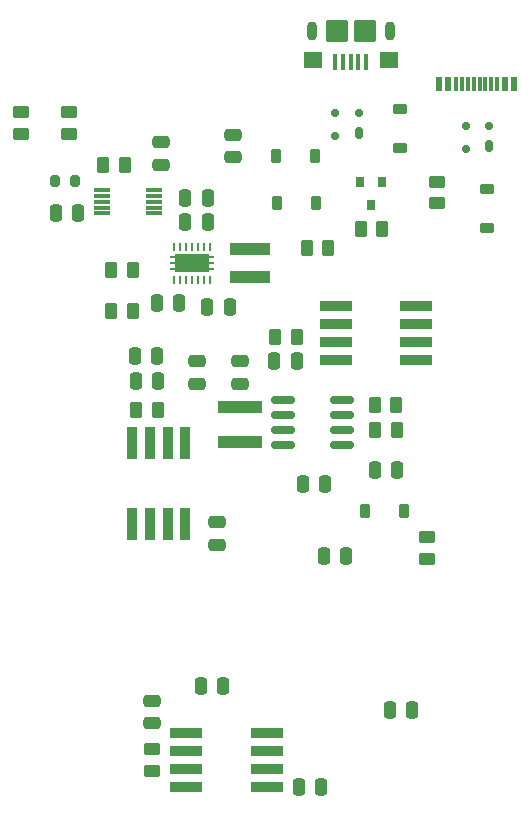
<source format=gbr>
%TF.GenerationSoftware,KiCad,Pcbnew,8.0.3*%
%TF.CreationDate,2024-07-14T14:59:13-06:00*%
%TF.ProjectId,PowerSupplyBoard,506f7765-7253-4757-9070-6c79426f6172,rev?*%
%TF.SameCoordinates,Original*%
%TF.FileFunction,Paste,Top*%
%TF.FilePolarity,Positive*%
%FSLAX46Y46*%
G04 Gerber Fmt 4.6, Leading zero omitted, Abs format (unit mm)*
G04 Created by KiCad (PCBNEW 8.0.3) date 2024-07-14 14:59:13*
%MOMM*%
%LPD*%
G01*
G04 APERTURE LIST*
G04 Aperture macros list*
%AMRoundRect*
0 Rectangle with rounded corners*
0 $1 Rounding radius*
0 $2 $3 $4 $5 $6 $7 $8 $9 X,Y pos of 4 corners*
0 Add a 4 corners polygon primitive as box body*
4,1,4,$2,$3,$4,$5,$6,$7,$8,$9,$2,$3,0*
0 Add four circle primitives for the rounded corners*
1,1,$1+$1,$2,$3*
1,1,$1+$1,$4,$5*
1,1,$1+$1,$6,$7*
1,1,$1+$1,$8,$9*
0 Add four rect primitives between the rounded corners*
20,1,$1+$1,$2,$3,$4,$5,0*
20,1,$1+$1,$4,$5,$6,$7,0*
20,1,$1+$1,$6,$7,$8,$9,0*
20,1,$1+$1,$8,$9,$2,$3,0*%
G04 Aperture macros list end*
%ADD10R,0.600000X1.160000*%
%ADD11R,0.300000X1.160000*%
%ADD12RoundRect,0.075000X0.625000X0.075000X-0.625000X0.075000X-0.625000X-0.075000X0.625000X-0.075000X0*%
%ADD13RoundRect,0.250000X0.262500X0.450000X-0.262500X0.450000X-0.262500X-0.450000X0.262500X-0.450000X0*%
%ADD14RoundRect,0.225000X0.375000X-0.225000X0.375000X0.225000X-0.375000X0.225000X-0.375000X-0.225000X0*%
%ADD15O,0.230000X0.800000*%
%ADD16R,0.800000X0.230000*%
%ADD17R,2.950000X1.490000*%
%ADD18R,3.400000X0.980000*%
%ADD19RoundRect,0.250000X0.450000X-0.262500X0.450000X0.262500X-0.450000X0.262500X-0.450000X-0.262500X0*%
%ADD20RoundRect,0.250000X0.475000X-0.250000X0.475000X0.250000X-0.475000X0.250000X-0.475000X-0.250000X0*%
%ADD21R,0.950000X2.800000*%
%ADD22RoundRect,0.250000X0.250000X0.475000X-0.250000X0.475000X-0.250000X-0.475000X0.250000X-0.475000X0*%
%ADD23R,3.700000X1.100000*%
%ADD24RoundRect,0.250000X-0.250000X-0.475000X0.250000X-0.475000X0.250000X0.475000X-0.250000X0.475000X0*%
%ADD25RoundRect,0.250000X-0.262500X-0.450000X0.262500X-0.450000X0.262500X0.450000X-0.262500X0.450000X0*%
%ADD26RoundRect,0.175000X0.175000X0.325000X-0.175000X0.325000X-0.175000X-0.325000X0.175000X-0.325000X0*%
%ADD27RoundRect,0.150000X0.200000X0.150000X-0.200000X0.150000X-0.200000X-0.150000X0.200000X-0.150000X0*%
%ADD28RoundRect,0.200000X0.200000X0.275000X-0.200000X0.275000X-0.200000X-0.275000X0.200000X-0.275000X0*%
%ADD29RoundRect,0.225000X-0.225000X-0.375000X0.225000X-0.375000X0.225000X0.375000X-0.225000X0.375000X0*%
%ADD30RoundRect,0.250000X-0.475000X0.250000X-0.475000X-0.250000X0.475000X-0.250000X0.475000X0.250000X0*%
%ADD31RoundRect,0.225000X0.225000X0.375000X-0.225000X0.375000X-0.225000X-0.375000X0.225000X-0.375000X0*%
%ADD32RoundRect,0.100000X0.100000X0.575000X-0.100000X0.575000X-0.100000X-0.575000X0.100000X-0.575000X0*%
%ADD33O,0.900000X1.600000*%
%ADD34RoundRect,0.250000X0.550000X0.450000X-0.550000X0.450000X-0.550000X-0.450000X0.550000X-0.450000X0*%
%ADD35RoundRect,0.250000X0.700000X0.700000X-0.700000X0.700000X-0.700000X-0.700000X0.700000X-0.700000X0*%
%ADD36RoundRect,0.150000X0.825000X0.150000X-0.825000X0.150000X-0.825000X-0.150000X0.825000X-0.150000X0*%
%ADD37RoundRect,0.250000X-0.450000X0.262500X-0.450000X-0.262500X0.450000X-0.262500X0.450000X0.262500X0*%
%ADD38R,2.800000X0.950000*%
%ADD39R,0.800000X0.900000*%
G04 APERTURE END LIST*
D10*
%TO.C,J103*%
X46400000Y-6860001D03*
X45600000Y-6860001D03*
D11*
X44450000Y-6860001D03*
X43450000Y-6860001D03*
X42950000Y-6860001D03*
X41950000Y-6860001D03*
D10*
X40800000Y-6860001D03*
X40000000Y-6860001D03*
X40000000Y-6860001D03*
X40800000Y-6860001D03*
D11*
X41450000Y-6860001D03*
X42450000Y-6860001D03*
X43950000Y-6860001D03*
X44950000Y-6860001D03*
D10*
X45600000Y-6860001D03*
X46400000Y-6860001D03*
%TD*%
D12*
%TO.C,U102*%
X15860000Y-17790000D03*
X15860000Y-17290000D03*
X15860000Y-16790000D03*
X15860000Y-16290000D03*
X15860000Y-15790000D03*
X11460000Y-15790000D03*
X11460000Y-16290000D03*
X11460000Y-16790000D03*
X11460000Y-17290000D03*
X11460000Y-17790000D03*
%TD*%
D13*
%TO.C,R102*%
X35197500Y-19065000D03*
X33372500Y-19065000D03*
%TD*%
D14*
%TO.C,D107*%
X44080000Y-19050000D03*
X44080000Y-15750000D03*
%TD*%
D15*
%TO.C,U101*%
X17619999Y-23390000D03*
X18119999Y-23390000D03*
X18620000Y-23390000D03*
X19119999Y-23390000D03*
X19619998Y-23390000D03*
X20119999Y-23390000D03*
X20619999Y-23390000D03*
X20619999Y-20590000D03*
X20119999Y-20590000D03*
X19619998Y-20590000D03*
X19119999Y-20590000D03*
X18620000Y-20590000D03*
X18119999Y-20590000D03*
X17619999Y-20590000D03*
D16*
X17619999Y-22490000D03*
X20619999Y-22490000D03*
X17619998Y-21990000D03*
D17*
X19120000Y-21990000D03*
D16*
X20619999Y-21990000D03*
X17619999Y-21490000D03*
X20619999Y-21490000D03*
%TD*%
D18*
%TO.C,L101*%
X24020000Y-20829999D03*
X24020000Y-23200001D03*
%TD*%
D19*
%TO.C,R114*%
X39850000Y-16942500D03*
X39850000Y-15117500D03*
%TD*%
D20*
%TO.C,C117*%
X15725000Y-60949999D03*
X15725000Y-59050001D03*
%TD*%
D19*
%TO.C,R112*%
X15711500Y-64987500D03*
X15711500Y-63162500D03*
%TD*%
D21*
%TO.C,Q104*%
X13995000Y-44063501D03*
X15515000Y-44063501D03*
X17035000Y-44063501D03*
X18555000Y-44063501D03*
X18555000Y-37263501D03*
X17035000Y-37263501D03*
X15515000Y-37263501D03*
X13995000Y-37263501D03*
%TD*%
D13*
%TO.C,R110*%
X36422500Y-36135000D03*
X34597500Y-36135000D03*
%TD*%
D22*
%TO.C,C103*%
X27969999Y-30315000D03*
X26070001Y-30315000D03*
%TD*%
D23*
%TO.C,L102*%
X23165000Y-37145000D03*
X23165000Y-34145000D03*
%TD*%
D24*
%TO.C,C112*%
X35852501Y-59800000D03*
X37752499Y-59800000D03*
%TD*%
%TO.C,C113*%
X30280001Y-46830000D03*
X32179999Y-46830000D03*
%TD*%
%TO.C,C104*%
X16120000Y-25340000D03*
X18019998Y-25340000D03*
%TD*%
%TO.C,C101*%
X18520000Y-18540000D03*
X20420000Y-18540000D03*
%TD*%
D25*
%TO.C,R106*%
X11607500Y-13680000D03*
X13432500Y-13680000D03*
%TD*%
D26*
%TO.C,D109*%
X44280000Y-12090000D03*
D27*
X44280000Y-10390000D03*
X42280000Y-10390000D03*
X42280000Y-12290000D03*
%TD*%
D20*
%TO.C,C106*%
X16470000Y-13649999D03*
X16470000Y-11750001D03*
%TD*%
D24*
%TO.C,C108*%
X20395000Y-25740000D03*
X22294998Y-25740000D03*
%TD*%
D28*
%TO.C,TH101*%
X9185000Y-15055000D03*
X7535000Y-15055000D03*
%TD*%
D29*
%TO.C,D104*%
X26287500Y-16895000D03*
X29587500Y-16895000D03*
%TD*%
D22*
%TO.C,C116*%
X36469999Y-39510000D03*
X34570001Y-39510000D03*
%TD*%
D24*
%TO.C,C111*%
X19860000Y-57770000D03*
X21760000Y-57770000D03*
%TD*%
D30*
%TO.C,C119*%
X21225000Y-43950002D03*
X21225000Y-45850000D03*
%TD*%
D31*
%TO.C,D106*%
X37020000Y-42980000D03*
X33720000Y-42980000D03*
%TD*%
D32*
%TO.C,J106*%
X33850000Y-5000000D03*
X33200000Y-5000000D03*
X32550000Y-5000001D03*
X31900000Y-5000000D03*
X31250000Y-5000000D03*
D33*
X35849999Y-2325000D03*
D34*
X35750000Y-4775000D03*
D35*
X33750000Y-2325000D03*
X31350000Y-2325000D03*
D34*
X29350000Y-4775000D03*
D33*
X29250001Y-2325000D03*
%TD*%
D24*
%TO.C,C118*%
X14325001Y-32000000D03*
X16224999Y-32000000D03*
%TD*%
D22*
%TO.C,C109*%
X9459999Y-17785000D03*
X7560001Y-17785000D03*
%TD*%
D25*
%TO.C,R105*%
X28837500Y-20680000D03*
X30662500Y-20680000D03*
%TD*%
D36*
%TO.C,U105*%
X31785000Y-37390000D03*
X31785000Y-36120000D03*
X31785000Y-34850000D03*
X31785000Y-33580000D03*
X26835000Y-33580000D03*
X26835000Y-34850000D03*
X26835000Y-36120000D03*
X26835000Y-37390000D03*
%TD*%
D25*
%TO.C,R108*%
X12267500Y-26055000D03*
X14092500Y-26055000D03*
%TD*%
D24*
%TO.C,C102*%
X18519999Y-16440000D03*
X20419999Y-16440000D03*
%TD*%
D22*
%TO.C,C107*%
X16179999Y-29840000D03*
X14280001Y-29840000D03*
%TD*%
D25*
%TO.C,R107*%
X12257500Y-22560000D03*
X14082500Y-22560000D03*
%TD*%
D30*
%TO.C,C105*%
X22560000Y-11130001D03*
X22560000Y-13029999D03*
%TD*%
D19*
%TO.C,R101*%
X4620000Y-11022500D03*
X4620000Y-9197500D03*
%TD*%
D14*
%TO.C,D108*%
X36730000Y-12277500D03*
X36730000Y-8977500D03*
%TD*%
D19*
%TO.C,R104*%
X8730000Y-11042500D03*
X8730000Y-9217500D03*
%TD*%
D37*
%TO.C,R109*%
X39010000Y-45217500D03*
X39010000Y-47042500D03*
%TD*%
D25*
%TO.C,R103*%
X26132500Y-28215000D03*
X27957500Y-28215000D03*
%TD*%
D38*
%TO.C,Q103*%
X25425000Y-66355000D03*
X25425000Y-64835000D03*
X25425000Y-63315000D03*
X25425000Y-61795000D03*
X18625000Y-61795000D03*
X18625000Y-63315000D03*
X18625000Y-64835000D03*
X18625000Y-66355000D03*
%TD*%
D39*
%TO.C,Q101*%
X35210000Y-15090000D03*
X33310000Y-15090000D03*
X34260000Y-17090000D03*
%TD*%
D26*
%TO.C,D110*%
X33250000Y-11000000D03*
D27*
X33250000Y-9300000D03*
X31250000Y-9300000D03*
X31250000Y-11200000D03*
%TD*%
D20*
%TO.C,C114*%
X23190000Y-32184999D03*
X23190000Y-30285001D03*
%TD*%
D25*
%TO.C,R111*%
X34572500Y-34035000D03*
X36397500Y-34035000D03*
%TD*%
D24*
%TO.C,C120*%
X28150000Y-66350000D03*
X30050000Y-66350000D03*
%TD*%
D13*
%TO.C,R113*%
X16212500Y-34400000D03*
X14387500Y-34400000D03*
%TD*%
D38*
%TO.C,Q102*%
X38103500Y-30160000D03*
X38103500Y-28640000D03*
X38103500Y-27120000D03*
X38103500Y-25600000D03*
X31303500Y-25600000D03*
X31303500Y-27120000D03*
X31303500Y-28640000D03*
X31303500Y-30160000D03*
%TD*%
D22*
%TO.C,C110*%
X30379999Y-40660000D03*
X28480001Y-40660000D03*
%TD*%
D20*
%TO.C,C115*%
X19565000Y-32209999D03*
X19565000Y-30310001D03*
%TD*%
D29*
%TO.C,D103*%
X26212500Y-12920000D03*
X29512500Y-12920000D03*
%TD*%
M02*

</source>
